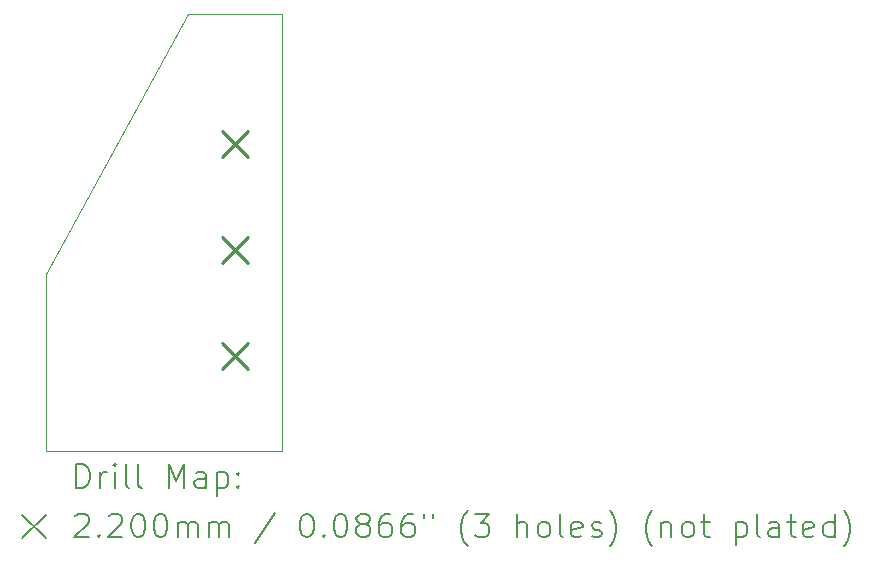
<source format=gbr>
%TF.GenerationSoftware,KiCad,Pcbnew,7.0.5*%
%TF.CreationDate,2023-10-15T18:06:02-04:00*%
%TF.ProjectId,Probe,50726f62-652e-46b6-9963-61645f706362,rev?*%
%TF.SameCoordinates,PX7270e00PY6a55ae0*%
%TF.FileFunction,Drillmap*%
%TF.FilePolarity,Positive*%
%FSLAX45Y45*%
G04 Gerber Fmt 4.5, Leading zero omitted, Abs format (unit mm)*
G04 Created by KiCad (PCBNEW 7.0.5) date 2023-10-15 18:06:02*
%MOMM*%
%LPD*%
G01*
G04 APERTURE LIST*
%ADD10C,0.050000*%
%ADD11C,0.200000*%
%ADD12C,0.220000*%
G04 APERTURE END LIST*
D10*
X2000000Y0D02*
X0Y0D01*
X0Y1500000D01*
X1200000Y3700000D01*
X2000000Y3700000D01*
X2000000Y0D01*
D11*
D12*
X1490000Y2710000D02*
X1710000Y2490000D01*
X1710000Y2710000D02*
X1490000Y2490000D01*
X1490000Y1810000D02*
X1710000Y1590000D01*
X1710000Y1810000D02*
X1490000Y1590000D01*
X1490000Y910000D02*
X1710000Y690000D01*
X1710000Y910000D02*
X1490000Y690000D01*
D11*
X258277Y-313984D02*
X258277Y-113984D01*
X258277Y-113984D02*
X305896Y-113984D01*
X305896Y-113984D02*
X334467Y-123508D01*
X334467Y-123508D02*
X353515Y-142555D01*
X353515Y-142555D02*
X363039Y-161603D01*
X363039Y-161603D02*
X372562Y-199698D01*
X372562Y-199698D02*
X372562Y-228269D01*
X372562Y-228269D02*
X363039Y-266365D01*
X363039Y-266365D02*
X353515Y-285412D01*
X353515Y-285412D02*
X334467Y-304460D01*
X334467Y-304460D02*
X305896Y-313984D01*
X305896Y-313984D02*
X258277Y-313984D01*
X458277Y-313984D02*
X458277Y-180650D01*
X458277Y-218746D02*
X467801Y-199698D01*
X467801Y-199698D02*
X477324Y-190174D01*
X477324Y-190174D02*
X496372Y-180650D01*
X496372Y-180650D02*
X515420Y-180650D01*
X582086Y-313984D02*
X582086Y-180650D01*
X582086Y-113984D02*
X572563Y-123508D01*
X572563Y-123508D02*
X582086Y-133031D01*
X582086Y-133031D02*
X591610Y-123508D01*
X591610Y-123508D02*
X582086Y-113984D01*
X582086Y-113984D02*
X582086Y-133031D01*
X705896Y-313984D02*
X686848Y-304460D01*
X686848Y-304460D02*
X677324Y-285412D01*
X677324Y-285412D02*
X677324Y-113984D01*
X810658Y-313984D02*
X791610Y-304460D01*
X791610Y-304460D02*
X782086Y-285412D01*
X782086Y-285412D02*
X782086Y-113984D01*
X1039229Y-313984D02*
X1039229Y-113984D01*
X1039229Y-113984D02*
X1105896Y-256841D01*
X1105896Y-256841D02*
X1172563Y-113984D01*
X1172563Y-113984D02*
X1172563Y-313984D01*
X1353515Y-313984D02*
X1353515Y-209222D01*
X1353515Y-209222D02*
X1343991Y-190174D01*
X1343991Y-190174D02*
X1324944Y-180650D01*
X1324944Y-180650D02*
X1286848Y-180650D01*
X1286848Y-180650D02*
X1267801Y-190174D01*
X1353515Y-304460D02*
X1334467Y-313984D01*
X1334467Y-313984D02*
X1286848Y-313984D01*
X1286848Y-313984D02*
X1267801Y-304460D01*
X1267801Y-304460D02*
X1258277Y-285412D01*
X1258277Y-285412D02*
X1258277Y-266365D01*
X1258277Y-266365D02*
X1267801Y-247317D01*
X1267801Y-247317D02*
X1286848Y-237793D01*
X1286848Y-237793D02*
X1334467Y-237793D01*
X1334467Y-237793D02*
X1353515Y-228269D01*
X1448753Y-180650D02*
X1448753Y-380650D01*
X1448753Y-190174D02*
X1467801Y-180650D01*
X1467801Y-180650D02*
X1505896Y-180650D01*
X1505896Y-180650D02*
X1524943Y-190174D01*
X1524943Y-190174D02*
X1534467Y-199698D01*
X1534467Y-199698D02*
X1543991Y-218746D01*
X1543991Y-218746D02*
X1543991Y-275889D01*
X1543991Y-275889D02*
X1534467Y-294936D01*
X1534467Y-294936D02*
X1524943Y-304460D01*
X1524943Y-304460D02*
X1505896Y-313984D01*
X1505896Y-313984D02*
X1467801Y-313984D01*
X1467801Y-313984D02*
X1448753Y-304460D01*
X1629705Y-294936D02*
X1639229Y-304460D01*
X1639229Y-304460D02*
X1629705Y-313984D01*
X1629705Y-313984D02*
X1620182Y-304460D01*
X1620182Y-304460D02*
X1629705Y-294936D01*
X1629705Y-294936D02*
X1629705Y-313984D01*
X1629705Y-190174D02*
X1639229Y-199698D01*
X1639229Y-199698D02*
X1629705Y-209222D01*
X1629705Y-209222D02*
X1620182Y-199698D01*
X1620182Y-199698D02*
X1629705Y-190174D01*
X1629705Y-190174D02*
X1629705Y-209222D01*
X-202500Y-542500D02*
X-2500Y-742500D01*
X-2500Y-542500D02*
X-202500Y-742500D01*
X248753Y-553031D02*
X258277Y-543508D01*
X258277Y-543508D02*
X277324Y-533984D01*
X277324Y-533984D02*
X324944Y-533984D01*
X324944Y-533984D02*
X343991Y-543508D01*
X343991Y-543508D02*
X353515Y-553031D01*
X353515Y-553031D02*
X363039Y-572079D01*
X363039Y-572079D02*
X363039Y-591127D01*
X363039Y-591127D02*
X353515Y-619698D01*
X353515Y-619698D02*
X239229Y-733984D01*
X239229Y-733984D02*
X363039Y-733984D01*
X448753Y-714936D02*
X458277Y-724460D01*
X458277Y-724460D02*
X448753Y-733984D01*
X448753Y-733984D02*
X439229Y-724460D01*
X439229Y-724460D02*
X448753Y-714936D01*
X448753Y-714936D02*
X448753Y-733984D01*
X534467Y-553031D02*
X543991Y-543508D01*
X543991Y-543508D02*
X563039Y-533984D01*
X563039Y-533984D02*
X610658Y-533984D01*
X610658Y-533984D02*
X629705Y-543508D01*
X629705Y-543508D02*
X639229Y-553031D01*
X639229Y-553031D02*
X648753Y-572079D01*
X648753Y-572079D02*
X648753Y-591127D01*
X648753Y-591127D02*
X639229Y-619698D01*
X639229Y-619698D02*
X524944Y-733984D01*
X524944Y-733984D02*
X648753Y-733984D01*
X772562Y-533984D02*
X791610Y-533984D01*
X791610Y-533984D02*
X810658Y-543508D01*
X810658Y-543508D02*
X820182Y-553031D01*
X820182Y-553031D02*
X829705Y-572079D01*
X829705Y-572079D02*
X839229Y-610174D01*
X839229Y-610174D02*
X839229Y-657793D01*
X839229Y-657793D02*
X829705Y-695889D01*
X829705Y-695889D02*
X820182Y-714936D01*
X820182Y-714936D02*
X810658Y-724460D01*
X810658Y-724460D02*
X791610Y-733984D01*
X791610Y-733984D02*
X772562Y-733984D01*
X772562Y-733984D02*
X753515Y-724460D01*
X753515Y-724460D02*
X743991Y-714936D01*
X743991Y-714936D02*
X734467Y-695889D01*
X734467Y-695889D02*
X724943Y-657793D01*
X724943Y-657793D02*
X724943Y-610174D01*
X724943Y-610174D02*
X734467Y-572079D01*
X734467Y-572079D02*
X743991Y-553031D01*
X743991Y-553031D02*
X753515Y-543508D01*
X753515Y-543508D02*
X772562Y-533984D01*
X963039Y-533984D02*
X982086Y-533984D01*
X982086Y-533984D02*
X1001134Y-543508D01*
X1001134Y-543508D02*
X1010658Y-553031D01*
X1010658Y-553031D02*
X1020182Y-572079D01*
X1020182Y-572079D02*
X1029705Y-610174D01*
X1029705Y-610174D02*
X1029705Y-657793D01*
X1029705Y-657793D02*
X1020182Y-695889D01*
X1020182Y-695889D02*
X1010658Y-714936D01*
X1010658Y-714936D02*
X1001134Y-724460D01*
X1001134Y-724460D02*
X982086Y-733984D01*
X982086Y-733984D02*
X963039Y-733984D01*
X963039Y-733984D02*
X943991Y-724460D01*
X943991Y-724460D02*
X934467Y-714936D01*
X934467Y-714936D02*
X924943Y-695889D01*
X924943Y-695889D02*
X915420Y-657793D01*
X915420Y-657793D02*
X915420Y-610174D01*
X915420Y-610174D02*
X924943Y-572079D01*
X924943Y-572079D02*
X934467Y-553031D01*
X934467Y-553031D02*
X943991Y-543508D01*
X943991Y-543508D02*
X963039Y-533984D01*
X1115420Y-733984D02*
X1115420Y-600650D01*
X1115420Y-619698D02*
X1124944Y-610174D01*
X1124944Y-610174D02*
X1143991Y-600650D01*
X1143991Y-600650D02*
X1172563Y-600650D01*
X1172563Y-600650D02*
X1191610Y-610174D01*
X1191610Y-610174D02*
X1201134Y-629222D01*
X1201134Y-629222D02*
X1201134Y-733984D01*
X1201134Y-629222D02*
X1210658Y-610174D01*
X1210658Y-610174D02*
X1229705Y-600650D01*
X1229705Y-600650D02*
X1258277Y-600650D01*
X1258277Y-600650D02*
X1277325Y-610174D01*
X1277325Y-610174D02*
X1286848Y-629222D01*
X1286848Y-629222D02*
X1286848Y-733984D01*
X1382086Y-733984D02*
X1382086Y-600650D01*
X1382086Y-619698D02*
X1391610Y-610174D01*
X1391610Y-610174D02*
X1410658Y-600650D01*
X1410658Y-600650D02*
X1439229Y-600650D01*
X1439229Y-600650D02*
X1458277Y-610174D01*
X1458277Y-610174D02*
X1467801Y-629222D01*
X1467801Y-629222D02*
X1467801Y-733984D01*
X1467801Y-629222D02*
X1477324Y-610174D01*
X1477324Y-610174D02*
X1496372Y-600650D01*
X1496372Y-600650D02*
X1524943Y-600650D01*
X1524943Y-600650D02*
X1543991Y-610174D01*
X1543991Y-610174D02*
X1553515Y-629222D01*
X1553515Y-629222D02*
X1553515Y-733984D01*
X1943991Y-524460D02*
X1772563Y-781603D01*
X2201134Y-533984D02*
X2220182Y-533984D01*
X2220182Y-533984D02*
X2239229Y-543508D01*
X2239229Y-543508D02*
X2248753Y-553031D01*
X2248753Y-553031D02*
X2258277Y-572079D01*
X2258277Y-572079D02*
X2267801Y-610174D01*
X2267801Y-610174D02*
X2267801Y-657793D01*
X2267801Y-657793D02*
X2258277Y-695889D01*
X2258277Y-695889D02*
X2248753Y-714936D01*
X2248753Y-714936D02*
X2239229Y-724460D01*
X2239229Y-724460D02*
X2220182Y-733984D01*
X2220182Y-733984D02*
X2201134Y-733984D01*
X2201134Y-733984D02*
X2182087Y-724460D01*
X2182087Y-724460D02*
X2172563Y-714936D01*
X2172563Y-714936D02*
X2163039Y-695889D01*
X2163039Y-695889D02*
X2153515Y-657793D01*
X2153515Y-657793D02*
X2153515Y-610174D01*
X2153515Y-610174D02*
X2163039Y-572079D01*
X2163039Y-572079D02*
X2172563Y-553031D01*
X2172563Y-553031D02*
X2182087Y-543508D01*
X2182087Y-543508D02*
X2201134Y-533984D01*
X2353515Y-714936D02*
X2363039Y-724460D01*
X2363039Y-724460D02*
X2353515Y-733984D01*
X2353515Y-733984D02*
X2343991Y-724460D01*
X2343991Y-724460D02*
X2353515Y-714936D01*
X2353515Y-714936D02*
X2353515Y-733984D01*
X2486848Y-533984D02*
X2505896Y-533984D01*
X2505896Y-533984D02*
X2524944Y-543508D01*
X2524944Y-543508D02*
X2534468Y-553031D01*
X2534468Y-553031D02*
X2543991Y-572079D01*
X2543991Y-572079D02*
X2553515Y-610174D01*
X2553515Y-610174D02*
X2553515Y-657793D01*
X2553515Y-657793D02*
X2543991Y-695889D01*
X2543991Y-695889D02*
X2534468Y-714936D01*
X2534468Y-714936D02*
X2524944Y-724460D01*
X2524944Y-724460D02*
X2505896Y-733984D01*
X2505896Y-733984D02*
X2486848Y-733984D01*
X2486848Y-733984D02*
X2467801Y-724460D01*
X2467801Y-724460D02*
X2458277Y-714936D01*
X2458277Y-714936D02*
X2448753Y-695889D01*
X2448753Y-695889D02*
X2439229Y-657793D01*
X2439229Y-657793D02*
X2439229Y-610174D01*
X2439229Y-610174D02*
X2448753Y-572079D01*
X2448753Y-572079D02*
X2458277Y-553031D01*
X2458277Y-553031D02*
X2467801Y-543508D01*
X2467801Y-543508D02*
X2486848Y-533984D01*
X2667801Y-619698D02*
X2648753Y-610174D01*
X2648753Y-610174D02*
X2639229Y-600650D01*
X2639229Y-600650D02*
X2629706Y-581603D01*
X2629706Y-581603D02*
X2629706Y-572079D01*
X2629706Y-572079D02*
X2639229Y-553031D01*
X2639229Y-553031D02*
X2648753Y-543508D01*
X2648753Y-543508D02*
X2667801Y-533984D01*
X2667801Y-533984D02*
X2705896Y-533984D01*
X2705896Y-533984D02*
X2724944Y-543508D01*
X2724944Y-543508D02*
X2734468Y-553031D01*
X2734468Y-553031D02*
X2743991Y-572079D01*
X2743991Y-572079D02*
X2743991Y-581603D01*
X2743991Y-581603D02*
X2734468Y-600650D01*
X2734468Y-600650D02*
X2724944Y-610174D01*
X2724944Y-610174D02*
X2705896Y-619698D01*
X2705896Y-619698D02*
X2667801Y-619698D01*
X2667801Y-619698D02*
X2648753Y-629222D01*
X2648753Y-629222D02*
X2639229Y-638746D01*
X2639229Y-638746D02*
X2629706Y-657793D01*
X2629706Y-657793D02*
X2629706Y-695889D01*
X2629706Y-695889D02*
X2639229Y-714936D01*
X2639229Y-714936D02*
X2648753Y-724460D01*
X2648753Y-724460D02*
X2667801Y-733984D01*
X2667801Y-733984D02*
X2705896Y-733984D01*
X2705896Y-733984D02*
X2724944Y-724460D01*
X2724944Y-724460D02*
X2734468Y-714936D01*
X2734468Y-714936D02*
X2743991Y-695889D01*
X2743991Y-695889D02*
X2743991Y-657793D01*
X2743991Y-657793D02*
X2734468Y-638746D01*
X2734468Y-638746D02*
X2724944Y-629222D01*
X2724944Y-629222D02*
X2705896Y-619698D01*
X2915420Y-533984D02*
X2877325Y-533984D01*
X2877325Y-533984D02*
X2858277Y-543508D01*
X2858277Y-543508D02*
X2848753Y-553031D01*
X2848753Y-553031D02*
X2829706Y-581603D01*
X2829706Y-581603D02*
X2820182Y-619698D01*
X2820182Y-619698D02*
X2820182Y-695889D01*
X2820182Y-695889D02*
X2829706Y-714936D01*
X2829706Y-714936D02*
X2839229Y-724460D01*
X2839229Y-724460D02*
X2858277Y-733984D01*
X2858277Y-733984D02*
X2896372Y-733984D01*
X2896372Y-733984D02*
X2915420Y-724460D01*
X2915420Y-724460D02*
X2924944Y-714936D01*
X2924944Y-714936D02*
X2934467Y-695889D01*
X2934467Y-695889D02*
X2934467Y-648270D01*
X2934467Y-648270D02*
X2924944Y-629222D01*
X2924944Y-629222D02*
X2915420Y-619698D01*
X2915420Y-619698D02*
X2896372Y-610174D01*
X2896372Y-610174D02*
X2858277Y-610174D01*
X2858277Y-610174D02*
X2839229Y-619698D01*
X2839229Y-619698D02*
X2829706Y-629222D01*
X2829706Y-629222D02*
X2820182Y-648270D01*
X3105896Y-533984D02*
X3067801Y-533984D01*
X3067801Y-533984D02*
X3048753Y-543508D01*
X3048753Y-543508D02*
X3039229Y-553031D01*
X3039229Y-553031D02*
X3020182Y-581603D01*
X3020182Y-581603D02*
X3010658Y-619698D01*
X3010658Y-619698D02*
X3010658Y-695889D01*
X3010658Y-695889D02*
X3020182Y-714936D01*
X3020182Y-714936D02*
X3029706Y-724460D01*
X3029706Y-724460D02*
X3048753Y-733984D01*
X3048753Y-733984D02*
X3086848Y-733984D01*
X3086848Y-733984D02*
X3105896Y-724460D01*
X3105896Y-724460D02*
X3115420Y-714936D01*
X3115420Y-714936D02*
X3124944Y-695889D01*
X3124944Y-695889D02*
X3124944Y-648270D01*
X3124944Y-648270D02*
X3115420Y-629222D01*
X3115420Y-629222D02*
X3105896Y-619698D01*
X3105896Y-619698D02*
X3086848Y-610174D01*
X3086848Y-610174D02*
X3048753Y-610174D01*
X3048753Y-610174D02*
X3029706Y-619698D01*
X3029706Y-619698D02*
X3020182Y-629222D01*
X3020182Y-629222D02*
X3010658Y-648270D01*
X3201134Y-533984D02*
X3201134Y-572079D01*
X3277325Y-533984D02*
X3277325Y-572079D01*
X3572563Y-810174D02*
X3563039Y-800650D01*
X3563039Y-800650D02*
X3543991Y-772079D01*
X3543991Y-772079D02*
X3534468Y-753031D01*
X3534468Y-753031D02*
X3524944Y-724460D01*
X3524944Y-724460D02*
X3515420Y-676841D01*
X3515420Y-676841D02*
X3515420Y-638746D01*
X3515420Y-638746D02*
X3524944Y-591127D01*
X3524944Y-591127D02*
X3534468Y-562555D01*
X3534468Y-562555D02*
X3543991Y-543508D01*
X3543991Y-543508D02*
X3563039Y-514936D01*
X3563039Y-514936D02*
X3572563Y-505412D01*
X3629706Y-533984D02*
X3753515Y-533984D01*
X3753515Y-533984D02*
X3686848Y-610174D01*
X3686848Y-610174D02*
X3715420Y-610174D01*
X3715420Y-610174D02*
X3734468Y-619698D01*
X3734468Y-619698D02*
X3743991Y-629222D01*
X3743991Y-629222D02*
X3753515Y-648270D01*
X3753515Y-648270D02*
X3753515Y-695889D01*
X3753515Y-695889D02*
X3743991Y-714936D01*
X3743991Y-714936D02*
X3734468Y-724460D01*
X3734468Y-724460D02*
X3715420Y-733984D01*
X3715420Y-733984D02*
X3658277Y-733984D01*
X3658277Y-733984D02*
X3639229Y-724460D01*
X3639229Y-724460D02*
X3629706Y-714936D01*
X3991610Y-733984D02*
X3991610Y-533984D01*
X4077325Y-733984D02*
X4077325Y-629222D01*
X4077325Y-629222D02*
X4067801Y-610174D01*
X4067801Y-610174D02*
X4048753Y-600650D01*
X4048753Y-600650D02*
X4020182Y-600650D01*
X4020182Y-600650D02*
X4001134Y-610174D01*
X4001134Y-610174D02*
X3991610Y-619698D01*
X4201134Y-733984D02*
X4182087Y-724460D01*
X4182087Y-724460D02*
X4172563Y-714936D01*
X4172563Y-714936D02*
X4163039Y-695889D01*
X4163039Y-695889D02*
X4163039Y-638746D01*
X4163039Y-638746D02*
X4172563Y-619698D01*
X4172563Y-619698D02*
X4182087Y-610174D01*
X4182087Y-610174D02*
X4201134Y-600650D01*
X4201134Y-600650D02*
X4229706Y-600650D01*
X4229706Y-600650D02*
X4248753Y-610174D01*
X4248753Y-610174D02*
X4258277Y-619698D01*
X4258277Y-619698D02*
X4267801Y-638746D01*
X4267801Y-638746D02*
X4267801Y-695889D01*
X4267801Y-695889D02*
X4258277Y-714936D01*
X4258277Y-714936D02*
X4248753Y-724460D01*
X4248753Y-724460D02*
X4229706Y-733984D01*
X4229706Y-733984D02*
X4201134Y-733984D01*
X4382087Y-733984D02*
X4363039Y-724460D01*
X4363039Y-724460D02*
X4353515Y-705412D01*
X4353515Y-705412D02*
X4353515Y-533984D01*
X4534468Y-724460D02*
X4515420Y-733984D01*
X4515420Y-733984D02*
X4477325Y-733984D01*
X4477325Y-733984D02*
X4458277Y-724460D01*
X4458277Y-724460D02*
X4448753Y-705412D01*
X4448753Y-705412D02*
X4448753Y-629222D01*
X4448753Y-629222D02*
X4458277Y-610174D01*
X4458277Y-610174D02*
X4477325Y-600650D01*
X4477325Y-600650D02*
X4515420Y-600650D01*
X4515420Y-600650D02*
X4534468Y-610174D01*
X4534468Y-610174D02*
X4543992Y-629222D01*
X4543992Y-629222D02*
X4543992Y-648270D01*
X4543992Y-648270D02*
X4448753Y-667317D01*
X4620182Y-724460D02*
X4639230Y-733984D01*
X4639230Y-733984D02*
X4677325Y-733984D01*
X4677325Y-733984D02*
X4696373Y-724460D01*
X4696373Y-724460D02*
X4705896Y-705412D01*
X4705896Y-705412D02*
X4705896Y-695889D01*
X4705896Y-695889D02*
X4696373Y-676841D01*
X4696373Y-676841D02*
X4677325Y-667317D01*
X4677325Y-667317D02*
X4648753Y-667317D01*
X4648753Y-667317D02*
X4629706Y-657793D01*
X4629706Y-657793D02*
X4620182Y-638746D01*
X4620182Y-638746D02*
X4620182Y-629222D01*
X4620182Y-629222D02*
X4629706Y-610174D01*
X4629706Y-610174D02*
X4648753Y-600650D01*
X4648753Y-600650D02*
X4677325Y-600650D01*
X4677325Y-600650D02*
X4696373Y-610174D01*
X4772563Y-810174D02*
X4782087Y-800650D01*
X4782087Y-800650D02*
X4801134Y-772079D01*
X4801134Y-772079D02*
X4810658Y-753031D01*
X4810658Y-753031D02*
X4820182Y-724460D01*
X4820182Y-724460D02*
X4829706Y-676841D01*
X4829706Y-676841D02*
X4829706Y-638746D01*
X4829706Y-638746D02*
X4820182Y-591127D01*
X4820182Y-591127D02*
X4810658Y-562555D01*
X4810658Y-562555D02*
X4801134Y-543508D01*
X4801134Y-543508D02*
X4782087Y-514936D01*
X4782087Y-514936D02*
X4772563Y-505412D01*
X5134468Y-810174D02*
X5124944Y-800650D01*
X5124944Y-800650D02*
X5105896Y-772079D01*
X5105896Y-772079D02*
X5096373Y-753031D01*
X5096373Y-753031D02*
X5086849Y-724460D01*
X5086849Y-724460D02*
X5077325Y-676841D01*
X5077325Y-676841D02*
X5077325Y-638746D01*
X5077325Y-638746D02*
X5086849Y-591127D01*
X5086849Y-591127D02*
X5096373Y-562555D01*
X5096373Y-562555D02*
X5105896Y-543508D01*
X5105896Y-543508D02*
X5124944Y-514936D01*
X5124944Y-514936D02*
X5134468Y-505412D01*
X5210658Y-600650D02*
X5210658Y-733984D01*
X5210658Y-619698D02*
X5220182Y-610174D01*
X5220182Y-610174D02*
X5239230Y-600650D01*
X5239230Y-600650D02*
X5267801Y-600650D01*
X5267801Y-600650D02*
X5286849Y-610174D01*
X5286849Y-610174D02*
X5296373Y-629222D01*
X5296373Y-629222D02*
X5296373Y-733984D01*
X5420182Y-733984D02*
X5401134Y-724460D01*
X5401134Y-724460D02*
X5391611Y-714936D01*
X5391611Y-714936D02*
X5382087Y-695889D01*
X5382087Y-695889D02*
X5382087Y-638746D01*
X5382087Y-638746D02*
X5391611Y-619698D01*
X5391611Y-619698D02*
X5401134Y-610174D01*
X5401134Y-610174D02*
X5420182Y-600650D01*
X5420182Y-600650D02*
X5448754Y-600650D01*
X5448754Y-600650D02*
X5467801Y-610174D01*
X5467801Y-610174D02*
X5477325Y-619698D01*
X5477325Y-619698D02*
X5486849Y-638746D01*
X5486849Y-638746D02*
X5486849Y-695889D01*
X5486849Y-695889D02*
X5477325Y-714936D01*
X5477325Y-714936D02*
X5467801Y-724460D01*
X5467801Y-724460D02*
X5448754Y-733984D01*
X5448754Y-733984D02*
X5420182Y-733984D01*
X5543992Y-600650D02*
X5620182Y-600650D01*
X5572563Y-533984D02*
X5572563Y-705412D01*
X5572563Y-705412D02*
X5582087Y-724460D01*
X5582087Y-724460D02*
X5601134Y-733984D01*
X5601134Y-733984D02*
X5620182Y-733984D01*
X5839230Y-600650D02*
X5839230Y-800650D01*
X5839230Y-610174D02*
X5858277Y-600650D01*
X5858277Y-600650D02*
X5896373Y-600650D01*
X5896373Y-600650D02*
X5915420Y-610174D01*
X5915420Y-610174D02*
X5924944Y-619698D01*
X5924944Y-619698D02*
X5934468Y-638746D01*
X5934468Y-638746D02*
X5934468Y-695889D01*
X5934468Y-695889D02*
X5924944Y-714936D01*
X5924944Y-714936D02*
X5915420Y-724460D01*
X5915420Y-724460D02*
X5896373Y-733984D01*
X5896373Y-733984D02*
X5858277Y-733984D01*
X5858277Y-733984D02*
X5839230Y-724460D01*
X6048753Y-733984D02*
X6029706Y-724460D01*
X6029706Y-724460D02*
X6020182Y-705412D01*
X6020182Y-705412D02*
X6020182Y-533984D01*
X6210658Y-733984D02*
X6210658Y-629222D01*
X6210658Y-629222D02*
X6201134Y-610174D01*
X6201134Y-610174D02*
X6182087Y-600650D01*
X6182087Y-600650D02*
X6143992Y-600650D01*
X6143992Y-600650D02*
X6124944Y-610174D01*
X6210658Y-724460D02*
X6191611Y-733984D01*
X6191611Y-733984D02*
X6143992Y-733984D01*
X6143992Y-733984D02*
X6124944Y-724460D01*
X6124944Y-724460D02*
X6115420Y-705412D01*
X6115420Y-705412D02*
X6115420Y-686365D01*
X6115420Y-686365D02*
X6124944Y-667317D01*
X6124944Y-667317D02*
X6143992Y-657793D01*
X6143992Y-657793D02*
X6191611Y-657793D01*
X6191611Y-657793D02*
X6210658Y-648270D01*
X6277325Y-600650D02*
X6353515Y-600650D01*
X6305896Y-533984D02*
X6305896Y-705412D01*
X6305896Y-705412D02*
X6315420Y-724460D01*
X6315420Y-724460D02*
X6334468Y-733984D01*
X6334468Y-733984D02*
X6353515Y-733984D01*
X6496373Y-724460D02*
X6477325Y-733984D01*
X6477325Y-733984D02*
X6439230Y-733984D01*
X6439230Y-733984D02*
X6420182Y-724460D01*
X6420182Y-724460D02*
X6410658Y-705412D01*
X6410658Y-705412D02*
X6410658Y-629222D01*
X6410658Y-629222D02*
X6420182Y-610174D01*
X6420182Y-610174D02*
X6439230Y-600650D01*
X6439230Y-600650D02*
X6477325Y-600650D01*
X6477325Y-600650D02*
X6496373Y-610174D01*
X6496373Y-610174D02*
X6505896Y-629222D01*
X6505896Y-629222D02*
X6505896Y-648270D01*
X6505896Y-648270D02*
X6410658Y-667317D01*
X6677325Y-733984D02*
X6677325Y-533984D01*
X6677325Y-724460D02*
X6658277Y-733984D01*
X6658277Y-733984D02*
X6620182Y-733984D01*
X6620182Y-733984D02*
X6601134Y-724460D01*
X6601134Y-724460D02*
X6591611Y-714936D01*
X6591611Y-714936D02*
X6582087Y-695889D01*
X6582087Y-695889D02*
X6582087Y-638746D01*
X6582087Y-638746D02*
X6591611Y-619698D01*
X6591611Y-619698D02*
X6601134Y-610174D01*
X6601134Y-610174D02*
X6620182Y-600650D01*
X6620182Y-600650D02*
X6658277Y-600650D01*
X6658277Y-600650D02*
X6677325Y-610174D01*
X6753515Y-810174D02*
X6763039Y-800650D01*
X6763039Y-800650D02*
X6782087Y-772079D01*
X6782087Y-772079D02*
X6791611Y-753031D01*
X6791611Y-753031D02*
X6801134Y-724460D01*
X6801134Y-724460D02*
X6810658Y-676841D01*
X6810658Y-676841D02*
X6810658Y-638746D01*
X6810658Y-638746D02*
X6801134Y-591127D01*
X6801134Y-591127D02*
X6791611Y-562555D01*
X6791611Y-562555D02*
X6782087Y-543508D01*
X6782087Y-543508D02*
X6763039Y-514936D01*
X6763039Y-514936D02*
X6753515Y-505412D01*
M02*

</source>
